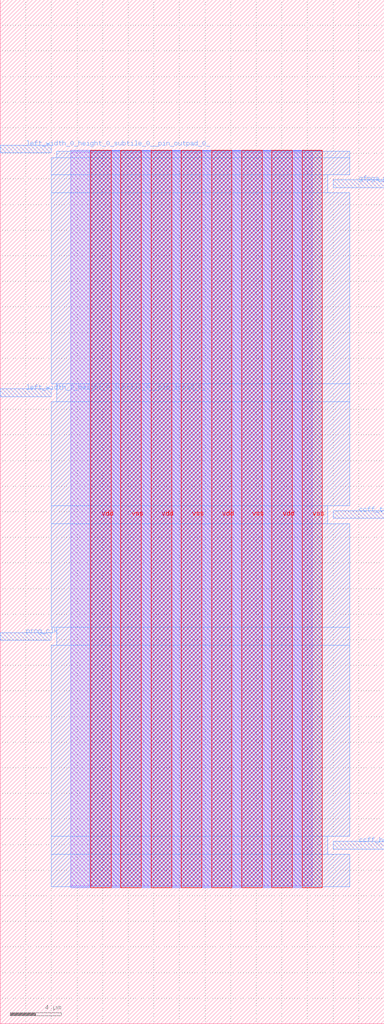
<source format=lef>
VERSION 5.7 ;
  NOWIREEXTENSIONATPIN ON ;
  DIVIDERCHAR "/" ;
  BUSBITCHARS "[]" ;
MACRO grid_io_right
  CLASS BLOCK ;
  FOREIGN grid_io_right ;
  ORIGIN 0.000 0.000 ;
  SIZE 30.000 BY 80.000 ;
  PIN ccff_head
    DIRECTION INPUT ;
    USE SIGNAL ;
    ANTENNAGATEAREA 0.196500 ;
    PORT
      LAYER met3 ;
        RECT 26.000 13.640 30.000 14.240 ;
    END
  END ccff_head
  PIN ccff_tail
    DIRECTION OUTPUT TRISTATE ;
    USE SIGNAL ;
    ANTENNADIFFAREA 0.795200 ;
    PORT
      LAYER met3 ;
        RECT 26.000 39.480 30.000 40.080 ;
    END
  END ccff_tail
  PIN gfpga_pad_GPIO_PAD
    DIRECTION INPUT ;
    USE SIGNAL ;
    ANTENNAGATEAREA 0.196500 ;
    PORT
      LAYER met3 ;
        RECT 26.000 65.320 30.000 65.920 ;
    END
  END gfpga_pad_GPIO_PAD
  PIN left_width_0_height_0_subtile_0__pin_inpad_0_
    DIRECTION OUTPUT TRISTATE ;
    USE SIGNAL ;
    ANTENNADIFFAREA 0.795200 ;
    PORT
      LAYER met3 ;
        RECT 0.000 49.000 4.000 49.600 ;
    END
  END left_width_0_height_0_subtile_0__pin_inpad_0_
  PIN left_width_0_height_0_subtile_0__pin_outpad_0_
    DIRECTION INPUT ;
    USE SIGNAL ;
    PORT
      LAYER met3 ;
        RECT 0.000 68.040 4.000 68.640 ;
    END
  END left_width_0_height_0_subtile_0__pin_outpad_0_
  PIN prog_clk
    DIRECTION INPUT ;
    USE SIGNAL ;
    ANTENNAGATEAREA 0.159000 ;
    PORT
      LAYER met3 ;
        RECT 0.000 29.960 4.000 30.560 ;
    END
  END prog_clk
  PIN vdd
    DIRECTION INOUT ;
    USE POWER ;
    PORT
      LAYER met4 ;
        RECT 7.075 10.640 8.675 68.240 ;
    END
    PORT
      LAYER met4 ;
        RECT 11.790 10.640 13.390 68.240 ;
    END
    PORT
      LAYER met4 ;
        RECT 16.505 10.640 18.105 68.240 ;
    END
    PORT
      LAYER met4 ;
        RECT 21.220 10.640 22.820 68.240 ;
    END
  END vdd
  PIN vss
    DIRECTION INOUT ;
    USE GROUND ;
    PORT
      LAYER met4 ;
        RECT 9.430 10.640 11.030 68.240 ;
    END
    PORT
      LAYER met4 ;
        RECT 14.145 10.640 15.745 68.240 ;
    END
    PORT
      LAYER met4 ;
        RECT 18.860 10.640 20.460 68.240 ;
    END
    PORT
      LAYER met4 ;
        RECT 23.575 10.640 25.175 68.240 ;
    END
  END vss
  OBS
      LAYER li1 ;
        RECT 5.520 10.795 24.380 68.085 ;
      LAYER met1 ;
        RECT 5.520 10.640 25.175 68.240 ;
      LAYER met2 ;
        RECT 6.990 10.695 25.145 68.185 ;
      LAYER met3 ;
        RECT 4.400 67.640 27.290 68.165 ;
        RECT 4.000 66.320 27.290 67.640 ;
        RECT 4.000 64.920 25.600 66.320 ;
        RECT 4.000 50.000 27.290 64.920 ;
        RECT 4.400 48.600 27.290 50.000 ;
        RECT 4.000 40.480 27.290 48.600 ;
        RECT 4.000 39.080 25.600 40.480 ;
        RECT 4.000 30.960 27.290 39.080 ;
        RECT 4.400 29.560 27.290 30.960 ;
        RECT 4.000 14.640 27.290 29.560 ;
        RECT 4.000 13.240 25.600 14.640 ;
        RECT 4.000 10.715 27.290 13.240 ;
  END
END grid_io_right
END LIBRARY


</source>
